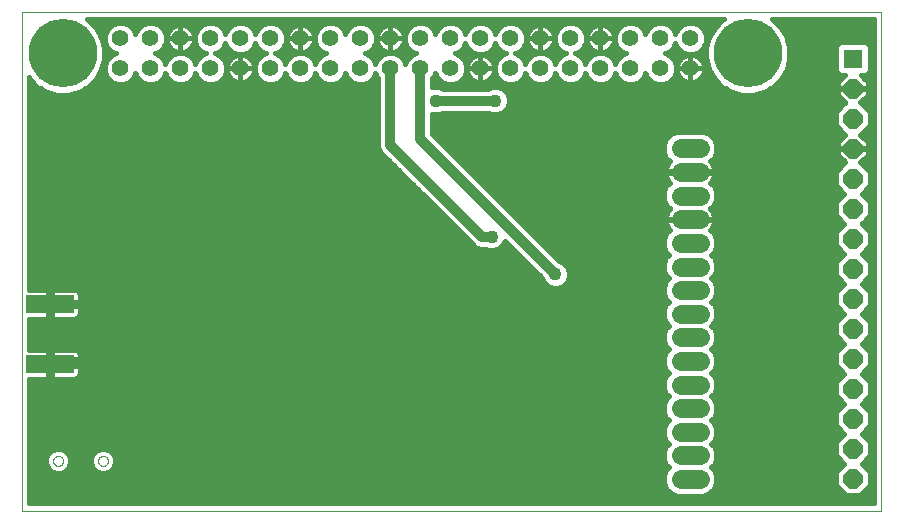
<source format=gbl>
G75*
%MOIN*%
%OFA0B0*%
%FSLAX25Y25*%
%IPPOS*%
%LPD*%
%AMOC8*
5,1,8,0,0,1.08239X$1,22.5*
%
%ADD10C,0.00000*%
%ADD11C,0.05550*%
%ADD12R,0.06400X0.06400*%
%ADD13OC8,0.06400*%
%ADD14R,0.16000X0.06000*%
%ADD15C,0.06337*%
%ADD16C,0.04362*%
%ADD17C,0.03200*%
%ADD18C,0.01600*%
%ADD19C,0.22835*%
D10*
X0036075Y0013472D02*
X0036075Y0179614D01*
X0322689Y0179614D01*
X0322689Y0013472D01*
X0036075Y0013472D01*
X0046607Y0030008D02*
X0046609Y0030089D01*
X0046615Y0030171D01*
X0046625Y0030252D01*
X0046639Y0030332D01*
X0046656Y0030411D01*
X0046678Y0030490D01*
X0046703Y0030567D01*
X0046732Y0030644D01*
X0046765Y0030718D01*
X0046802Y0030791D01*
X0046841Y0030862D01*
X0046885Y0030931D01*
X0046931Y0030998D01*
X0046981Y0031062D01*
X0047034Y0031124D01*
X0047090Y0031184D01*
X0047148Y0031240D01*
X0047210Y0031294D01*
X0047274Y0031345D01*
X0047340Y0031392D01*
X0047408Y0031436D01*
X0047479Y0031477D01*
X0047551Y0031514D01*
X0047626Y0031548D01*
X0047701Y0031578D01*
X0047779Y0031604D01*
X0047857Y0031627D01*
X0047936Y0031645D01*
X0048016Y0031660D01*
X0048097Y0031671D01*
X0048178Y0031678D01*
X0048260Y0031681D01*
X0048341Y0031680D01*
X0048422Y0031675D01*
X0048503Y0031666D01*
X0048584Y0031653D01*
X0048664Y0031636D01*
X0048742Y0031616D01*
X0048820Y0031591D01*
X0048897Y0031563D01*
X0048972Y0031531D01*
X0049045Y0031496D01*
X0049116Y0031457D01*
X0049186Y0031414D01*
X0049253Y0031369D01*
X0049319Y0031320D01*
X0049381Y0031268D01*
X0049441Y0031212D01*
X0049498Y0031154D01*
X0049553Y0031094D01*
X0049604Y0031030D01*
X0049652Y0030965D01*
X0049697Y0030897D01*
X0049739Y0030827D01*
X0049777Y0030755D01*
X0049812Y0030681D01*
X0049843Y0030606D01*
X0049870Y0030529D01*
X0049893Y0030451D01*
X0049913Y0030372D01*
X0049929Y0030292D01*
X0049941Y0030211D01*
X0049949Y0030130D01*
X0049953Y0030049D01*
X0049953Y0029967D01*
X0049949Y0029886D01*
X0049941Y0029805D01*
X0049929Y0029724D01*
X0049913Y0029644D01*
X0049893Y0029565D01*
X0049870Y0029487D01*
X0049843Y0029410D01*
X0049812Y0029335D01*
X0049777Y0029261D01*
X0049739Y0029189D01*
X0049697Y0029119D01*
X0049652Y0029051D01*
X0049604Y0028986D01*
X0049553Y0028922D01*
X0049498Y0028862D01*
X0049441Y0028804D01*
X0049381Y0028748D01*
X0049319Y0028696D01*
X0049253Y0028647D01*
X0049186Y0028602D01*
X0049117Y0028559D01*
X0049045Y0028520D01*
X0048972Y0028485D01*
X0048897Y0028453D01*
X0048820Y0028425D01*
X0048742Y0028400D01*
X0048664Y0028380D01*
X0048584Y0028363D01*
X0048503Y0028350D01*
X0048422Y0028341D01*
X0048341Y0028336D01*
X0048260Y0028335D01*
X0048178Y0028338D01*
X0048097Y0028345D01*
X0048016Y0028356D01*
X0047936Y0028371D01*
X0047857Y0028389D01*
X0047779Y0028412D01*
X0047701Y0028438D01*
X0047626Y0028468D01*
X0047551Y0028502D01*
X0047479Y0028539D01*
X0047408Y0028580D01*
X0047340Y0028624D01*
X0047274Y0028671D01*
X0047210Y0028722D01*
X0047148Y0028776D01*
X0047090Y0028832D01*
X0047034Y0028892D01*
X0046981Y0028954D01*
X0046931Y0029018D01*
X0046885Y0029085D01*
X0046841Y0029154D01*
X0046802Y0029225D01*
X0046765Y0029298D01*
X0046732Y0029372D01*
X0046703Y0029449D01*
X0046678Y0029526D01*
X0046656Y0029605D01*
X0046639Y0029684D01*
X0046625Y0029764D01*
X0046615Y0029845D01*
X0046609Y0029927D01*
X0046607Y0030008D01*
X0061568Y0030008D02*
X0061570Y0030089D01*
X0061576Y0030171D01*
X0061586Y0030252D01*
X0061600Y0030332D01*
X0061617Y0030411D01*
X0061639Y0030490D01*
X0061664Y0030567D01*
X0061693Y0030644D01*
X0061726Y0030718D01*
X0061763Y0030791D01*
X0061802Y0030862D01*
X0061846Y0030931D01*
X0061892Y0030998D01*
X0061942Y0031062D01*
X0061995Y0031124D01*
X0062051Y0031184D01*
X0062109Y0031240D01*
X0062171Y0031294D01*
X0062235Y0031345D01*
X0062301Y0031392D01*
X0062369Y0031436D01*
X0062440Y0031477D01*
X0062512Y0031514D01*
X0062587Y0031548D01*
X0062662Y0031578D01*
X0062740Y0031604D01*
X0062818Y0031627D01*
X0062897Y0031645D01*
X0062977Y0031660D01*
X0063058Y0031671D01*
X0063139Y0031678D01*
X0063221Y0031681D01*
X0063302Y0031680D01*
X0063383Y0031675D01*
X0063464Y0031666D01*
X0063545Y0031653D01*
X0063625Y0031636D01*
X0063703Y0031616D01*
X0063781Y0031591D01*
X0063858Y0031563D01*
X0063933Y0031531D01*
X0064006Y0031496D01*
X0064077Y0031457D01*
X0064147Y0031414D01*
X0064214Y0031369D01*
X0064280Y0031320D01*
X0064342Y0031268D01*
X0064402Y0031212D01*
X0064459Y0031154D01*
X0064514Y0031094D01*
X0064565Y0031030D01*
X0064613Y0030965D01*
X0064658Y0030897D01*
X0064700Y0030827D01*
X0064738Y0030755D01*
X0064773Y0030681D01*
X0064804Y0030606D01*
X0064831Y0030529D01*
X0064854Y0030451D01*
X0064874Y0030372D01*
X0064890Y0030292D01*
X0064902Y0030211D01*
X0064910Y0030130D01*
X0064914Y0030049D01*
X0064914Y0029967D01*
X0064910Y0029886D01*
X0064902Y0029805D01*
X0064890Y0029724D01*
X0064874Y0029644D01*
X0064854Y0029565D01*
X0064831Y0029487D01*
X0064804Y0029410D01*
X0064773Y0029335D01*
X0064738Y0029261D01*
X0064700Y0029189D01*
X0064658Y0029119D01*
X0064613Y0029051D01*
X0064565Y0028986D01*
X0064514Y0028922D01*
X0064459Y0028862D01*
X0064402Y0028804D01*
X0064342Y0028748D01*
X0064280Y0028696D01*
X0064214Y0028647D01*
X0064147Y0028602D01*
X0064078Y0028559D01*
X0064006Y0028520D01*
X0063933Y0028485D01*
X0063858Y0028453D01*
X0063781Y0028425D01*
X0063703Y0028400D01*
X0063625Y0028380D01*
X0063545Y0028363D01*
X0063464Y0028350D01*
X0063383Y0028341D01*
X0063302Y0028336D01*
X0063221Y0028335D01*
X0063139Y0028338D01*
X0063058Y0028345D01*
X0062977Y0028356D01*
X0062897Y0028371D01*
X0062818Y0028389D01*
X0062740Y0028412D01*
X0062662Y0028438D01*
X0062587Y0028468D01*
X0062512Y0028502D01*
X0062440Y0028539D01*
X0062369Y0028580D01*
X0062301Y0028624D01*
X0062235Y0028671D01*
X0062171Y0028722D01*
X0062109Y0028776D01*
X0062051Y0028832D01*
X0061995Y0028892D01*
X0061942Y0028954D01*
X0061892Y0029018D01*
X0061846Y0029085D01*
X0061802Y0029154D01*
X0061763Y0029225D01*
X0061726Y0029298D01*
X0061693Y0029372D01*
X0061664Y0029449D01*
X0061639Y0029526D01*
X0061617Y0029605D01*
X0061600Y0029684D01*
X0061586Y0029764D01*
X0061576Y0029845D01*
X0061570Y0029927D01*
X0061568Y0030008D01*
D11*
X0069028Y0160835D03*
X0079028Y0160835D03*
X0089028Y0160835D03*
X0099028Y0160835D03*
X0109028Y0160835D03*
X0119028Y0160835D03*
X0129028Y0160835D03*
X0139028Y0160835D03*
X0149028Y0160835D03*
X0159028Y0160835D03*
X0169028Y0160835D03*
X0179028Y0160835D03*
X0189028Y0160835D03*
X0199028Y0160835D03*
X0209028Y0160835D03*
X0219028Y0160835D03*
X0229028Y0160835D03*
X0239028Y0160835D03*
X0249028Y0160835D03*
X0259028Y0160835D03*
X0259028Y0170835D03*
X0249028Y0170835D03*
X0239028Y0170835D03*
X0229028Y0170835D03*
X0219028Y0170835D03*
X0209028Y0170835D03*
X0199028Y0170835D03*
X0189028Y0170835D03*
X0179028Y0170835D03*
X0169028Y0170835D03*
X0159028Y0170835D03*
X0149028Y0170835D03*
X0139028Y0170835D03*
X0129028Y0170835D03*
X0119028Y0170835D03*
X0109028Y0170835D03*
X0099028Y0170835D03*
X0089028Y0170835D03*
X0079028Y0170835D03*
X0069028Y0170835D03*
D12*
X0313201Y0164142D03*
D13*
X0313201Y0154142D03*
X0313201Y0144142D03*
X0313201Y0134142D03*
X0313201Y0124142D03*
X0313201Y0114142D03*
X0313201Y0104142D03*
X0313201Y0094142D03*
X0313201Y0084142D03*
X0313201Y0074142D03*
X0313201Y0064142D03*
X0313201Y0054142D03*
X0313201Y0044142D03*
X0313201Y0034142D03*
X0313201Y0024142D03*
D14*
X0045650Y0062213D03*
X0045650Y0082213D03*
D15*
X0255741Y0079063D02*
X0262078Y0079063D01*
X0262078Y0086937D02*
X0255741Y0086937D01*
X0255741Y0094811D02*
X0262078Y0094811D01*
X0262078Y0102685D02*
X0255741Y0102685D01*
X0255741Y0110559D02*
X0262078Y0110559D01*
X0262078Y0118433D02*
X0255741Y0118433D01*
X0255741Y0126307D02*
X0262078Y0126307D01*
X0262078Y0134181D02*
X0255741Y0134181D01*
X0255741Y0071189D02*
X0262078Y0071189D01*
X0262078Y0063315D02*
X0255741Y0063315D01*
X0255741Y0055441D02*
X0262078Y0055441D01*
X0262078Y0047567D02*
X0255741Y0047567D01*
X0255741Y0039693D02*
X0262078Y0039693D01*
X0262078Y0031819D02*
X0255741Y0031819D01*
X0255741Y0023945D02*
X0262078Y0023945D01*
D16*
X0214028Y0092213D03*
X0192768Y0104811D03*
X0193949Y0150087D03*
X0174264Y0150087D03*
X0103792Y0079614D03*
X0103004Y0063079D03*
X0061272Y0039457D03*
X0068359Y0035520D03*
X0063634Y0022134D03*
D17*
X0060642Y0062213D02*
X0045650Y0062213D01*
X0047099Y0062843D02*
X0054422Y0062843D01*
X0061272Y0063079D01*
X0063634Y0062843D01*
X0065996Y0062843D01*
X0081508Y0062843D01*
X0081744Y0063079D01*
X0103004Y0063079D01*
X0061272Y0062843D02*
X0054422Y0062843D01*
X0060642Y0062213D02*
X0061272Y0062843D01*
X0159028Y0135402D02*
X0189619Y0104811D01*
X0192768Y0104811D01*
X0214028Y0092213D02*
X0169028Y0137213D01*
X0169028Y0160835D01*
X0159028Y0160835D02*
X0159028Y0135402D01*
X0174264Y0150087D02*
X0193949Y0150087D01*
D18*
X0198530Y0149175D02*
X0197833Y0147492D01*
X0196544Y0146203D01*
X0194860Y0145506D01*
X0193038Y0145506D01*
X0191635Y0146087D01*
X0176578Y0146087D01*
X0175175Y0145506D01*
X0173353Y0145506D01*
X0173028Y0145640D01*
X0173028Y0138869D01*
X0215220Y0096677D01*
X0216623Y0096096D01*
X0217912Y0094808D01*
X0218609Y0093124D01*
X0218609Y0091301D01*
X0217912Y0089618D01*
X0216623Y0088329D01*
X0214939Y0087631D01*
X0213117Y0087631D01*
X0211433Y0088329D01*
X0210144Y0089618D01*
X0209563Y0091021D01*
X0197154Y0103429D01*
X0196652Y0102216D01*
X0195363Y0100927D01*
X0193679Y0100230D01*
X0191857Y0100230D01*
X0190454Y0100811D01*
X0188823Y0100811D01*
X0187353Y0101420D01*
X0186227Y0102545D01*
X0155637Y0133136D01*
X0155028Y0134606D01*
X0155028Y0157516D01*
X0154641Y0157903D01*
X0154028Y0159383D01*
X0153415Y0157903D01*
X0151959Y0156448D01*
X0150057Y0155660D01*
X0147999Y0155660D01*
X0146097Y0156448D01*
X0144641Y0157903D01*
X0144028Y0159383D01*
X0143415Y0157903D01*
X0141959Y0156448D01*
X0140057Y0155660D01*
X0137999Y0155660D01*
X0136097Y0156448D01*
X0134641Y0157903D01*
X0134028Y0159383D01*
X0133415Y0157903D01*
X0131959Y0156448D01*
X0130057Y0155660D01*
X0127999Y0155660D01*
X0126097Y0156448D01*
X0124641Y0157903D01*
X0124028Y0159383D01*
X0123415Y0157903D01*
X0121959Y0156448D01*
X0120057Y0155660D01*
X0117999Y0155660D01*
X0116097Y0156448D01*
X0114641Y0157903D01*
X0113853Y0159805D01*
X0113853Y0161864D01*
X0114641Y0163766D01*
X0116097Y0165222D01*
X0117577Y0165835D01*
X0116097Y0166448D01*
X0114641Y0167903D01*
X0114028Y0169383D01*
X0113415Y0167903D01*
X0111959Y0166448D01*
X0110057Y0165660D01*
X0107999Y0165660D01*
X0106097Y0166448D01*
X0104641Y0167903D01*
X0104028Y0169383D01*
X0103415Y0167903D01*
X0101959Y0166448D01*
X0100479Y0165835D01*
X0101959Y0165222D01*
X0103415Y0163766D01*
X0104203Y0161864D01*
X0104203Y0159805D01*
X0103415Y0157903D01*
X0101959Y0156448D01*
X0100057Y0155660D01*
X0097999Y0155660D01*
X0096097Y0156448D01*
X0094641Y0157903D01*
X0094028Y0159383D01*
X0093415Y0157903D01*
X0091959Y0156448D01*
X0090057Y0155660D01*
X0087999Y0155660D01*
X0086097Y0156448D01*
X0084641Y0157903D01*
X0084028Y0159383D01*
X0083415Y0157903D01*
X0081959Y0156448D01*
X0080057Y0155660D01*
X0077999Y0155660D01*
X0076097Y0156448D01*
X0074641Y0157903D01*
X0074028Y0159383D01*
X0073415Y0157903D01*
X0071959Y0156448D01*
X0070057Y0155660D01*
X0067999Y0155660D01*
X0066097Y0156448D01*
X0064641Y0157903D01*
X0063853Y0159805D01*
X0063853Y0161864D01*
X0064641Y0163766D01*
X0066097Y0165222D01*
X0067577Y0165835D01*
X0066097Y0166448D01*
X0064641Y0167903D01*
X0063853Y0169805D01*
X0063853Y0171864D01*
X0064641Y0173766D01*
X0066097Y0175222D01*
X0067999Y0176009D01*
X0070057Y0176009D01*
X0071959Y0175222D01*
X0073415Y0173766D01*
X0074028Y0172286D01*
X0074641Y0173766D01*
X0076097Y0175222D01*
X0077999Y0176009D01*
X0080057Y0176009D01*
X0081959Y0175222D01*
X0083415Y0173766D01*
X0084203Y0171864D01*
X0084203Y0169805D01*
X0083415Y0167903D01*
X0081959Y0166448D01*
X0080479Y0165835D01*
X0081959Y0165222D01*
X0083415Y0163766D01*
X0084028Y0162286D01*
X0084641Y0163766D01*
X0086097Y0165222D01*
X0087999Y0166009D01*
X0090057Y0166009D01*
X0091959Y0165222D01*
X0093415Y0163766D01*
X0094028Y0162286D01*
X0094641Y0163766D01*
X0096097Y0165222D01*
X0097577Y0165835D01*
X0096097Y0166448D01*
X0094641Y0167903D01*
X0093853Y0169805D01*
X0093853Y0171864D01*
X0094641Y0173766D01*
X0096097Y0175222D01*
X0097999Y0176009D01*
X0100057Y0176009D01*
X0101959Y0175222D01*
X0103415Y0173766D01*
X0104028Y0172286D01*
X0104641Y0173766D01*
X0106097Y0175222D01*
X0107999Y0176009D01*
X0110057Y0176009D01*
X0111959Y0175222D01*
X0113415Y0173766D01*
X0114028Y0172286D01*
X0114641Y0173766D01*
X0116097Y0175222D01*
X0117999Y0176009D01*
X0120057Y0176009D01*
X0121959Y0175222D01*
X0123415Y0173766D01*
X0124203Y0171864D01*
X0124203Y0169805D01*
X0123415Y0167903D01*
X0121959Y0166448D01*
X0120479Y0165835D01*
X0121959Y0165222D01*
X0123415Y0163766D01*
X0124028Y0162286D01*
X0124641Y0163766D01*
X0126097Y0165222D01*
X0127999Y0166009D01*
X0130057Y0166009D01*
X0131959Y0165222D01*
X0133415Y0163766D01*
X0134028Y0162286D01*
X0134641Y0163766D01*
X0136097Y0165222D01*
X0137577Y0165835D01*
X0136097Y0166448D01*
X0134641Y0167903D01*
X0133853Y0169805D01*
X0133853Y0171864D01*
X0134641Y0173766D01*
X0136097Y0175222D01*
X0137999Y0176009D01*
X0140057Y0176009D01*
X0141959Y0175222D01*
X0143415Y0173766D01*
X0144028Y0172286D01*
X0144641Y0173766D01*
X0146097Y0175222D01*
X0147999Y0176009D01*
X0150057Y0176009D01*
X0151959Y0175222D01*
X0153415Y0173766D01*
X0154203Y0171864D01*
X0154203Y0169805D01*
X0153415Y0167903D01*
X0151959Y0166448D01*
X0150479Y0165835D01*
X0151959Y0165222D01*
X0153415Y0163766D01*
X0154028Y0162286D01*
X0154641Y0163766D01*
X0156097Y0165222D01*
X0157999Y0166009D01*
X0160057Y0166009D01*
X0161959Y0165222D01*
X0163415Y0163766D01*
X0164028Y0162286D01*
X0164641Y0163766D01*
X0166097Y0165222D01*
X0167577Y0165835D01*
X0166097Y0166448D01*
X0164641Y0167903D01*
X0163853Y0169805D01*
X0163853Y0171864D01*
X0164641Y0173766D01*
X0166097Y0175222D01*
X0167999Y0176009D01*
X0170057Y0176009D01*
X0171959Y0175222D01*
X0173415Y0173766D01*
X0174028Y0172286D01*
X0174641Y0173766D01*
X0176097Y0175222D01*
X0177999Y0176009D01*
X0180057Y0176009D01*
X0181959Y0175222D01*
X0183415Y0173766D01*
X0184028Y0172286D01*
X0184641Y0173766D01*
X0186097Y0175222D01*
X0187999Y0176009D01*
X0190057Y0176009D01*
X0191959Y0175222D01*
X0193415Y0173766D01*
X0194028Y0172286D01*
X0194641Y0173766D01*
X0196097Y0175222D01*
X0197999Y0176009D01*
X0200057Y0176009D01*
X0201959Y0175222D01*
X0203415Y0173766D01*
X0204203Y0171864D01*
X0204203Y0169805D01*
X0203415Y0167903D01*
X0201959Y0166448D01*
X0200479Y0165835D01*
X0201959Y0165222D01*
X0203415Y0163766D01*
X0204028Y0162286D01*
X0204641Y0163766D01*
X0206097Y0165222D01*
X0207999Y0166009D01*
X0210057Y0166009D01*
X0211959Y0165222D01*
X0213415Y0163766D01*
X0214028Y0162286D01*
X0214641Y0163766D01*
X0216097Y0165222D01*
X0217577Y0165835D01*
X0216097Y0166448D01*
X0214641Y0167903D01*
X0213853Y0169805D01*
X0213853Y0171864D01*
X0214641Y0173766D01*
X0216097Y0175222D01*
X0217999Y0176009D01*
X0220057Y0176009D01*
X0221959Y0175222D01*
X0223415Y0173766D01*
X0224203Y0171864D01*
X0224203Y0169805D01*
X0223415Y0167903D01*
X0221959Y0166448D01*
X0220479Y0165835D01*
X0221959Y0165222D01*
X0223415Y0163766D01*
X0224028Y0162286D01*
X0224641Y0163766D01*
X0226097Y0165222D01*
X0227999Y0166009D01*
X0230057Y0166009D01*
X0231959Y0165222D01*
X0233415Y0163766D01*
X0234028Y0162286D01*
X0234641Y0163766D01*
X0236097Y0165222D01*
X0237577Y0165835D01*
X0236097Y0166448D01*
X0234641Y0167903D01*
X0233853Y0169805D01*
X0233853Y0171864D01*
X0234641Y0173766D01*
X0236097Y0175222D01*
X0237999Y0176009D01*
X0240057Y0176009D01*
X0241959Y0175222D01*
X0243415Y0173766D01*
X0244028Y0172286D01*
X0244641Y0173766D01*
X0246097Y0175222D01*
X0247999Y0176009D01*
X0250057Y0176009D01*
X0251959Y0175222D01*
X0253415Y0173766D01*
X0254028Y0172286D01*
X0254641Y0173766D01*
X0256097Y0175222D01*
X0257999Y0176009D01*
X0260057Y0176009D01*
X0261959Y0175222D01*
X0263415Y0173766D01*
X0264203Y0171864D01*
X0264203Y0169805D01*
X0263415Y0167903D01*
X0261959Y0166448D01*
X0260057Y0165660D01*
X0257999Y0165660D01*
X0256097Y0166448D01*
X0254641Y0167903D01*
X0254028Y0169383D01*
X0253415Y0167903D01*
X0251959Y0166448D01*
X0250479Y0165835D01*
X0251959Y0165222D01*
X0253415Y0163766D01*
X0254203Y0161864D01*
X0254203Y0159805D01*
X0253415Y0157903D01*
X0251959Y0156448D01*
X0250057Y0155660D01*
X0247999Y0155660D01*
X0246097Y0156448D01*
X0244641Y0157903D01*
X0244028Y0159383D01*
X0243415Y0157903D01*
X0241959Y0156448D01*
X0240057Y0155660D01*
X0237999Y0155660D01*
X0236097Y0156448D01*
X0234641Y0157903D01*
X0234028Y0159383D01*
X0233415Y0157903D01*
X0231959Y0156448D01*
X0230057Y0155660D01*
X0227999Y0155660D01*
X0226097Y0156448D01*
X0224641Y0157903D01*
X0224028Y0159383D01*
X0223415Y0157903D01*
X0221959Y0156448D01*
X0220057Y0155660D01*
X0217999Y0155660D01*
X0216097Y0156448D01*
X0214641Y0157903D01*
X0214028Y0159383D01*
X0213415Y0157903D01*
X0211959Y0156448D01*
X0210057Y0155660D01*
X0207999Y0155660D01*
X0206097Y0156448D01*
X0204641Y0157903D01*
X0204028Y0159383D01*
X0203415Y0157903D01*
X0201959Y0156448D01*
X0200057Y0155660D01*
X0197999Y0155660D01*
X0196097Y0156448D01*
X0194641Y0157903D01*
X0193853Y0159805D01*
X0193853Y0161864D01*
X0194641Y0163766D01*
X0196097Y0165222D01*
X0197577Y0165835D01*
X0196097Y0166448D01*
X0194641Y0167903D01*
X0194028Y0169383D01*
X0193415Y0167903D01*
X0191959Y0166448D01*
X0190057Y0165660D01*
X0187999Y0165660D01*
X0186097Y0166448D01*
X0184641Y0167903D01*
X0184028Y0169383D01*
X0183415Y0167903D01*
X0181959Y0166448D01*
X0180479Y0165835D01*
X0181959Y0165222D01*
X0183415Y0163766D01*
X0184203Y0161864D01*
X0184203Y0159805D01*
X0183415Y0157903D01*
X0181959Y0156448D01*
X0180057Y0155660D01*
X0177999Y0155660D01*
X0176097Y0156448D01*
X0174641Y0157903D01*
X0174028Y0159383D01*
X0173415Y0157903D01*
X0173028Y0157516D01*
X0173028Y0154533D01*
X0173353Y0154668D01*
X0175175Y0154668D01*
X0176578Y0154087D01*
X0191635Y0154087D01*
X0193038Y0154668D01*
X0194860Y0154668D01*
X0196544Y0153970D01*
X0197833Y0152682D01*
X0198530Y0150998D01*
X0198530Y0149175D01*
X0198530Y0149365D02*
X0310504Y0149365D01*
X0310706Y0149566D02*
X0307601Y0146461D01*
X0307601Y0141822D01*
X0310706Y0138717D01*
X0308201Y0136213D01*
X0308201Y0134342D01*
X0313001Y0134342D01*
X0313001Y0133942D01*
X0308201Y0133942D01*
X0308201Y0132071D01*
X0310706Y0129566D01*
X0307601Y0126461D01*
X0307601Y0121822D01*
X0310282Y0119142D01*
X0307601Y0116461D01*
X0307601Y0111822D01*
X0310282Y0109142D01*
X0307601Y0106461D01*
X0307601Y0101822D01*
X0310282Y0099142D01*
X0307601Y0096461D01*
X0307601Y0091822D01*
X0310282Y0089142D01*
X0307601Y0086461D01*
X0307601Y0081822D01*
X0310282Y0079142D01*
X0307601Y0076461D01*
X0307601Y0071822D01*
X0310282Y0069142D01*
X0307601Y0066461D01*
X0307601Y0061822D01*
X0310282Y0059142D01*
X0307601Y0056461D01*
X0307601Y0051822D01*
X0310282Y0049142D01*
X0307601Y0046461D01*
X0307601Y0041822D01*
X0310282Y0039142D01*
X0307601Y0036461D01*
X0307601Y0031822D01*
X0310282Y0029142D01*
X0307601Y0026461D01*
X0307601Y0021822D01*
X0310882Y0018542D01*
X0315521Y0018542D01*
X0318801Y0021822D01*
X0318801Y0026461D01*
X0316121Y0029142D01*
X0318801Y0031822D01*
X0318801Y0036461D01*
X0316121Y0039142D01*
X0318801Y0041822D01*
X0318801Y0046461D01*
X0316121Y0049142D01*
X0318801Y0051822D01*
X0318801Y0056461D01*
X0316121Y0059142D01*
X0318801Y0061822D01*
X0318801Y0066461D01*
X0316121Y0069142D01*
X0318801Y0071822D01*
X0318801Y0076461D01*
X0316121Y0079142D01*
X0318801Y0081822D01*
X0318801Y0086461D01*
X0316121Y0089142D01*
X0318801Y0091822D01*
X0318801Y0096461D01*
X0316121Y0099142D01*
X0318801Y0101822D01*
X0318801Y0106461D01*
X0316121Y0109142D01*
X0318801Y0111822D01*
X0318801Y0116461D01*
X0316121Y0119142D01*
X0318801Y0121822D01*
X0318801Y0126461D01*
X0315696Y0129566D01*
X0318201Y0132071D01*
X0318201Y0133942D01*
X0313401Y0133942D01*
X0313401Y0134342D01*
X0318201Y0134342D01*
X0318201Y0136213D01*
X0315696Y0138717D01*
X0318801Y0141822D01*
X0318801Y0146461D01*
X0315696Y0149566D01*
X0318201Y0152071D01*
X0318201Y0153942D01*
X0313401Y0153942D01*
X0313401Y0154342D01*
X0318201Y0154342D01*
X0318201Y0156213D01*
X0315872Y0158542D01*
X0316879Y0158542D01*
X0317761Y0158907D01*
X0318436Y0159582D01*
X0318801Y0160464D01*
X0318801Y0167819D01*
X0318436Y0168701D01*
X0317761Y0169376D01*
X0316879Y0169742D01*
X0309524Y0169742D01*
X0308642Y0169376D01*
X0307967Y0168701D01*
X0307601Y0167819D01*
X0307601Y0160464D01*
X0307967Y0159582D01*
X0308642Y0158907D01*
X0309524Y0158542D01*
X0310530Y0158542D01*
X0308201Y0156213D01*
X0308201Y0154342D01*
X0313001Y0154342D01*
X0313001Y0153942D01*
X0308201Y0153942D01*
X0308201Y0152071D01*
X0310706Y0149566D01*
X0309309Y0150963D02*
X0198530Y0150963D01*
X0197883Y0152562D02*
X0274351Y0152562D01*
X0272868Y0152959D02*
X0276382Y0152017D01*
X0280020Y0152017D01*
X0283534Y0152959D01*
X0286685Y0154778D01*
X0289258Y0157351D01*
X0291077Y0160501D01*
X0292018Y0164016D01*
X0292018Y0167654D01*
X0291077Y0171168D01*
X0289258Y0174319D01*
X0286685Y0176891D01*
X0286126Y0177214D01*
X0320289Y0177214D01*
X0320289Y0015872D01*
X0038475Y0015872D01*
X0038475Y0057413D01*
X0044950Y0057413D01*
X0044950Y0061513D01*
X0046350Y0061513D01*
X0046350Y0062913D01*
X0044950Y0062913D01*
X0044950Y0067013D01*
X0038475Y0067013D01*
X0038475Y0077413D01*
X0044950Y0077413D01*
X0044950Y0081513D01*
X0046350Y0081513D01*
X0046350Y0082913D01*
X0044950Y0082913D01*
X0044950Y0087013D01*
X0038475Y0087013D01*
X0038475Y0157910D01*
X0038798Y0157351D01*
X0041371Y0154778D01*
X0044521Y0152959D01*
X0048036Y0152017D01*
X0051674Y0152017D01*
X0055188Y0152959D01*
X0058339Y0154778D01*
X0060911Y0157351D01*
X0062730Y0160501D01*
X0063672Y0164016D01*
X0063672Y0167654D01*
X0062730Y0171168D01*
X0060911Y0174319D01*
X0058339Y0176891D01*
X0057779Y0177214D01*
X0270277Y0177214D01*
X0269717Y0176891D01*
X0267145Y0174319D01*
X0265325Y0171168D01*
X0264384Y0167654D01*
X0264384Y0164016D01*
X0265325Y0160501D01*
X0267145Y0157351D01*
X0269717Y0154778D01*
X0272868Y0152959D01*
X0270787Y0154160D02*
X0196086Y0154160D01*
X0197760Y0155759D02*
X0180296Y0155759D01*
X0177760Y0155759D02*
X0173028Y0155759D01*
X0173028Y0157357D02*
X0175187Y0157357D01*
X0174205Y0158956D02*
X0173851Y0158956D01*
X0176401Y0154160D02*
X0191813Y0154160D01*
X0190784Y0156595D02*
X0191426Y0156922D01*
X0192008Y0157345D01*
X0192517Y0157854D01*
X0192941Y0158437D01*
X0193268Y0159079D01*
X0193490Y0159763D01*
X0193603Y0160475D01*
X0193603Y0160835D01*
X0193603Y0161195D01*
X0193490Y0161906D01*
X0193268Y0162591D01*
X0192941Y0163232D01*
X0192517Y0163815D01*
X0192008Y0164324D01*
X0191426Y0164747D01*
X0190784Y0165074D01*
X0190099Y0165297D01*
X0189388Y0165409D01*
X0189028Y0165409D01*
X0189028Y0160835D01*
X0189028Y0160835D01*
X0189028Y0165409D01*
X0188668Y0165409D01*
X0187957Y0165297D01*
X0187272Y0165074D01*
X0186630Y0164747D01*
X0186048Y0164324D01*
X0185538Y0163815D01*
X0185115Y0163232D01*
X0184788Y0162591D01*
X0184566Y0161906D01*
X0184453Y0161195D01*
X0184453Y0160835D01*
X0189028Y0160835D01*
X0193603Y0160835D01*
X0189028Y0160835D01*
X0189028Y0160835D01*
X0189028Y0160835D01*
X0184453Y0160835D01*
X0184453Y0160475D01*
X0184566Y0159763D01*
X0184788Y0159079D01*
X0185115Y0158437D01*
X0185538Y0157854D01*
X0186048Y0157345D01*
X0186630Y0156922D01*
X0187272Y0156595D01*
X0187957Y0156372D01*
X0188668Y0156260D01*
X0189028Y0156260D01*
X0189388Y0156260D01*
X0190099Y0156372D01*
X0190784Y0156595D01*
X0192020Y0157357D02*
X0195187Y0157357D01*
X0194205Y0158956D02*
X0193205Y0158956D01*
X0193603Y0160554D02*
X0193853Y0160554D01*
X0193973Y0162153D02*
X0193410Y0162153D01*
X0192564Y0163751D02*
X0194635Y0163751D01*
X0196406Y0165350D02*
X0189765Y0165350D01*
X0189028Y0165350D02*
X0189028Y0165350D01*
X0188291Y0165350D02*
X0181650Y0165350D01*
X0182460Y0166948D02*
X0185596Y0166948D01*
X0184374Y0168547D02*
X0183681Y0168547D01*
X0183421Y0163751D02*
X0185492Y0163751D01*
X0184646Y0162153D02*
X0184083Y0162153D01*
X0184203Y0160554D02*
X0184453Y0160554D01*
X0184851Y0158956D02*
X0183851Y0158956D01*
X0182869Y0157357D02*
X0186036Y0157357D01*
X0189028Y0157357D02*
X0189028Y0157357D01*
X0189028Y0156260D02*
X0189028Y0160835D01*
X0189028Y0160835D01*
X0189028Y0156260D01*
X0189028Y0158956D02*
X0189028Y0158956D01*
X0189028Y0160554D02*
X0189028Y0160554D01*
X0189028Y0162153D02*
X0189028Y0162153D01*
X0189028Y0163751D02*
X0189028Y0163751D01*
X0192460Y0166948D02*
X0195596Y0166948D01*
X0194374Y0168547D02*
X0193681Y0168547D01*
X0193590Y0173342D02*
X0194465Y0173342D01*
X0195816Y0174941D02*
X0192240Y0174941D01*
X0185816Y0174941D02*
X0182240Y0174941D01*
X0183590Y0173342D02*
X0184465Y0173342D01*
X0175816Y0174941D02*
X0172240Y0174941D01*
X0173590Y0173342D02*
X0174465Y0173342D01*
X0165816Y0174941D02*
X0161046Y0174941D01*
X0160784Y0175074D02*
X0160099Y0175297D01*
X0159388Y0175409D01*
X0159028Y0175409D01*
X0159028Y0170835D01*
X0159028Y0170835D01*
X0159028Y0175409D01*
X0158668Y0175409D01*
X0157957Y0175297D01*
X0157272Y0175074D01*
X0156630Y0174747D01*
X0156048Y0174324D01*
X0155538Y0173815D01*
X0155115Y0173232D01*
X0154788Y0172591D01*
X0154566Y0171906D01*
X0154453Y0171195D01*
X0154453Y0170835D01*
X0159028Y0170835D01*
X0163603Y0170835D01*
X0163603Y0171195D01*
X0163490Y0171906D01*
X0163268Y0172591D01*
X0162941Y0173232D01*
X0162517Y0173815D01*
X0162008Y0174324D01*
X0161426Y0174747D01*
X0160784Y0175074D01*
X0159028Y0174941D02*
X0159028Y0174941D01*
X0159028Y0173342D02*
X0159028Y0173342D01*
X0159028Y0171744D02*
X0159028Y0171744D01*
X0159028Y0170835D02*
X0159028Y0170835D01*
X0159028Y0170835D01*
X0163603Y0170835D01*
X0163603Y0170475D01*
X0163490Y0169763D01*
X0163268Y0169079D01*
X0162941Y0168437D01*
X0162517Y0167854D01*
X0162008Y0167345D01*
X0161426Y0166922D01*
X0160784Y0166595D01*
X0160099Y0166372D01*
X0159388Y0166260D01*
X0159028Y0166260D01*
X0159028Y0170835D01*
X0154453Y0170835D01*
X0154453Y0170475D01*
X0154566Y0169763D01*
X0154788Y0169079D01*
X0155115Y0168437D01*
X0155538Y0167854D01*
X0156048Y0167345D01*
X0156630Y0166922D01*
X0157272Y0166595D01*
X0157957Y0166372D01*
X0158668Y0166260D01*
X0159028Y0166260D01*
X0159028Y0170835D01*
X0159028Y0170835D01*
X0159028Y0170145D02*
X0159028Y0170145D01*
X0159028Y0168547D02*
X0159028Y0168547D01*
X0159028Y0166948D02*
X0159028Y0166948D01*
X0161462Y0166948D02*
X0165596Y0166948D01*
X0166406Y0165350D02*
X0161650Y0165350D01*
X0163421Y0163751D02*
X0164635Y0163751D01*
X0164374Y0168547D02*
X0162997Y0168547D01*
X0163551Y0170145D02*
X0163853Y0170145D01*
X0163853Y0171744D02*
X0163516Y0171744D01*
X0162861Y0173342D02*
X0164465Y0173342D01*
X0157010Y0174941D02*
X0152240Y0174941D01*
X0153590Y0173342D02*
X0155195Y0173342D01*
X0154540Y0171744D02*
X0154203Y0171744D01*
X0154203Y0170145D02*
X0154505Y0170145D01*
X0155059Y0168547D02*
X0153681Y0168547D01*
X0152460Y0166948D02*
X0156594Y0166948D01*
X0156406Y0165350D02*
X0151650Y0165350D01*
X0153421Y0163751D02*
X0154635Y0163751D01*
X0154205Y0158956D02*
X0153851Y0158956D01*
X0152869Y0157357D02*
X0155028Y0157357D01*
X0155028Y0155759D02*
X0150296Y0155759D01*
X0147760Y0155759D02*
X0140296Y0155759D01*
X0137760Y0155759D02*
X0130296Y0155759D01*
X0127760Y0155759D02*
X0120296Y0155759D01*
X0117760Y0155759D02*
X0100296Y0155759D01*
X0097760Y0155759D02*
X0090296Y0155759D01*
X0087760Y0155759D02*
X0080296Y0155759D01*
X0077760Y0155759D02*
X0070296Y0155759D01*
X0067760Y0155759D02*
X0059319Y0155759D01*
X0060915Y0157357D02*
X0065187Y0157357D01*
X0064205Y0158956D02*
X0061838Y0158956D01*
X0062745Y0160554D02*
X0063853Y0160554D01*
X0063973Y0162153D02*
X0063173Y0162153D01*
X0063601Y0163751D02*
X0064635Y0163751D01*
X0063672Y0165350D02*
X0066406Y0165350D01*
X0065596Y0166948D02*
X0063672Y0166948D01*
X0063433Y0168547D02*
X0064374Y0168547D01*
X0063853Y0170145D02*
X0063004Y0170145D01*
X0062398Y0171744D02*
X0063853Y0171744D01*
X0064465Y0173342D02*
X0061475Y0173342D01*
X0060289Y0174941D02*
X0065816Y0174941D01*
X0072240Y0174941D02*
X0075816Y0174941D01*
X0074465Y0173342D02*
X0073590Y0173342D01*
X0082240Y0174941D02*
X0087010Y0174941D01*
X0087272Y0175074D02*
X0086630Y0174747D01*
X0086048Y0174324D01*
X0085538Y0173815D01*
X0085115Y0173232D01*
X0084788Y0172591D01*
X0084566Y0171906D01*
X0084453Y0171195D01*
X0084453Y0170835D01*
X0089028Y0170835D01*
X0089028Y0170835D01*
X0089028Y0175409D01*
X0089388Y0175409D01*
X0090099Y0175297D01*
X0090784Y0175074D01*
X0091426Y0174747D01*
X0092008Y0174324D01*
X0092517Y0173815D01*
X0092941Y0173232D01*
X0093268Y0172591D01*
X0093490Y0171906D01*
X0093603Y0171195D01*
X0093603Y0170835D01*
X0089028Y0170835D01*
X0089028Y0175409D01*
X0088668Y0175409D01*
X0087957Y0175297D01*
X0087272Y0175074D01*
X0089028Y0174941D02*
X0089028Y0174941D01*
X0089028Y0173342D02*
X0089028Y0173342D01*
X0089028Y0171744D02*
X0089028Y0171744D01*
X0089028Y0170835D02*
X0089028Y0170835D01*
X0089028Y0170835D01*
X0093603Y0170835D01*
X0093603Y0170475D01*
X0093490Y0169763D01*
X0093268Y0169079D01*
X0092941Y0168437D01*
X0092517Y0167854D01*
X0092008Y0167345D01*
X0091426Y0166922D01*
X0090784Y0166595D01*
X0090099Y0166372D01*
X0089388Y0166260D01*
X0089028Y0166260D01*
X0089028Y0170835D01*
X0084453Y0170835D01*
X0084453Y0170475D01*
X0084566Y0169763D01*
X0084788Y0169079D01*
X0085115Y0168437D01*
X0085538Y0167854D01*
X0086048Y0167345D01*
X0086630Y0166922D01*
X0087272Y0166595D01*
X0087957Y0166372D01*
X0088668Y0166260D01*
X0089028Y0166260D01*
X0089028Y0170835D01*
X0089028Y0170835D01*
X0089028Y0170145D02*
X0089028Y0170145D01*
X0089028Y0168547D02*
X0089028Y0168547D01*
X0089028Y0166948D02*
X0089028Y0166948D01*
X0091462Y0166948D02*
X0095596Y0166948D01*
X0096406Y0165350D02*
X0091650Y0165350D01*
X0093421Y0163751D02*
X0094635Y0163751D01*
X0094374Y0168547D02*
X0092997Y0168547D01*
X0093551Y0170145D02*
X0093853Y0170145D01*
X0093853Y0171744D02*
X0093516Y0171744D01*
X0092861Y0173342D02*
X0094465Y0173342D01*
X0095816Y0174941D02*
X0091046Y0174941D01*
X0085195Y0173342D02*
X0083590Y0173342D01*
X0084203Y0171744D02*
X0084540Y0171744D01*
X0084505Y0170145D02*
X0084203Y0170145D01*
X0083681Y0168547D02*
X0085059Y0168547D01*
X0086594Y0166948D02*
X0082460Y0166948D01*
X0081650Y0165350D02*
X0086406Y0165350D01*
X0084635Y0163751D02*
X0083421Y0163751D01*
X0083851Y0158956D02*
X0084205Y0158956D01*
X0085187Y0157357D02*
X0082869Y0157357D01*
X0075187Y0157357D02*
X0072869Y0157357D01*
X0073851Y0158956D02*
X0074205Y0158956D01*
X0057268Y0154160D02*
X0155028Y0154160D01*
X0155028Y0152562D02*
X0053705Y0152562D01*
X0046004Y0152562D02*
X0038475Y0152562D01*
X0038475Y0154160D02*
X0042441Y0154160D01*
X0040390Y0155759D02*
X0038475Y0155759D01*
X0038475Y0157357D02*
X0038794Y0157357D01*
X0038475Y0150963D02*
X0155028Y0150963D01*
X0155028Y0149365D02*
X0038475Y0149365D01*
X0038475Y0147766D02*
X0155028Y0147766D01*
X0155028Y0146168D02*
X0038475Y0146168D01*
X0038475Y0144569D02*
X0155028Y0144569D01*
X0155028Y0142971D02*
X0038475Y0142971D01*
X0038475Y0141372D02*
X0155028Y0141372D01*
X0155028Y0139774D02*
X0038475Y0139774D01*
X0038475Y0138175D02*
X0155028Y0138175D01*
X0155028Y0136576D02*
X0038475Y0136576D01*
X0038475Y0134978D02*
X0155028Y0134978D01*
X0155536Y0133379D02*
X0038475Y0133379D01*
X0038475Y0131781D02*
X0156992Y0131781D01*
X0158590Y0130182D02*
X0038475Y0130182D01*
X0038475Y0128584D02*
X0160189Y0128584D01*
X0161787Y0126985D02*
X0038475Y0126985D01*
X0038475Y0125387D02*
X0163386Y0125387D01*
X0164984Y0123788D02*
X0038475Y0123788D01*
X0038475Y0122190D02*
X0166583Y0122190D01*
X0168181Y0120591D02*
X0038475Y0120591D01*
X0038475Y0118993D02*
X0169780Y0118993D01*
X0171378Y0117394D02*
X0038475Y0117394D01*
X0038475Y0115796D02*
X0172977Y0115796D01*
X0174575Y0114197D02*
X0038475Y0114197D01*
X0038475Y0112599D02*
X0176174Y0112599D01*
X0177772Y0111000D02*
X0038475Y0111000D01*
X0038475Y0109402D02*
X0179371Y0109402D01*
X0180969Y0107803D02*
X0038475Y0107803D01*
X0038475Y0106205D02*
X0182568Y0106205D01*
X0184166Y0104606D02*
X0038475Y0104606D01*
X0038475Y0103008D02*
X0185765Y0103008D01*
X0187379Y0101409D02*
X0038475Y0101409D01*
X0038475Y0099811D02*
X0200773Y0099811D01*
X0199174Y0101409D02*
X0195845Y0101409D01*
X0196980Y0103008D02*
X0197576Y0103008D01*
X0202371Y0098212D02*
X0038475Y0098212D01*
X0038475Y0096614D02*
X0203970Y0096614D01*
X0205569Y0095015D02*
X0038475Y0095015D01*
X0038475Y0093417D02*
X0207167Y0093417D01*
X0208766Y0091818D02*
X0038475Y0091818D01*
X0038475Y0090220D02*
X0209895Y0090220D01*
X0211141Y0088621D02*
X0038475Y0088621D01*
X0038475Y0087023D02*
X0250173Y0087023D01*
X0250173Y0088045D02*
X0250173Y0085829D01*
X0251021Y0083783D01*
X0251803Y0083000D01*
X0251021Y0082217D01*
X0250173Y0080171D01*
X0250173Y0077955D01*
X0251021Y0075909D01*
X0251803Y0075126D01*
X0251021Y0074343D01*
X0250173Y0072297D01*
X0250173Y0070081D01*
X0251021Y0068035D01*
X0251803Y0067252D01*
X0251021Y0066469D01*
X0250173Y0064423D01*
X0250173Y0062207D01*
X0251021Y0060161D01*
X0251803Y0059378D01*
X0251021Y0058595D01*
X0250173Y0056549D01*
X0250173Y0054333D01*
X0251021Y0052287D01*
X0251803Y0051504D01*
X0251021Y0050721D01*
X0250173Y0048675D01*
X0250173Y0046459D01*
X0251021Y0044413D01*
X0251803Y0043630D01*
X0251021Y0042847D01*
X0250173Y0040801D01*
X0250173Y0038585D01*
X0251021Y0036539D01*
X0251803Y0035756D01*
X0251021Y0034973D01*
X0250173Y0032927D01*
X0250173Y0030711D01*
X0251021Y0028665D01*
X0251803Y0027882D01*
X0251021Y0027099D01*
X0250173Y0025053D01*
X0250173Y0022837D01*
X0251021Y0020791D01*
X0252587Y0019224D01*
X0254634Y0018376D01*
X0263186Y0018376D01*
X0265233Y0019224D01*
X0266799Y0020791D01*
X0267647Y0022837D01*
X0267647Y0025053D01*
X0266799Y0027099D01*
X0266016Y0027882D01*
X0266799Y0028665D01*
X0267647Y0030711D01*
X0267647Y0032927D01*
X0266799Y0034973D01*
X0266016Y0035756D01*
X0266799Y0036539D01*
X0267647Y0038585D01*
X0267647Y0040801D01*
X0266799Y0042847D01*
X0266016Y0043630D01*
X0266799Y0044413D01*
X0267647Y0046459D01*
X0267647Y0048675D01*
X0266799Y0050721D01*
X0266016Y0051504D01*
X0266799Y0052287D01*
X0267647Y0054333D01*
X0267647Y0056549D01*
X0266799Y0058595D01*
X0266016Y0059378D01*
X0266799Y0060161D01*
X0267647Y0062207D01*
X0267647Y0064423D01*
X0266799Y0066469D01*
X0266016Y0067252D01*
X0266799Y0068035D01*
X0267647Y0070081D01*
X0267647Y0072297D01*
X0266799Y0074343D01*
X0266016Y0075126D01*
X0266799Y0075909D01*
X0267647Y0077955D01*
X0267647Y0080171D01*
X0266799Y0082217D01*
X0266016Y0083000D01*
X0266799Y0083783D01*
X0267647Y0085829D01*
X0267647Y0088045D01*
X0266799Y0090091D01*
X0266016Y0090874D01*
X0266799Y0091657D01*
X0267647Y0093703D01*
X0267647Y0095919D01*
X0266799Y0097965D01*
X0266016Y0098748D01*
X0266799Y0099531D01*
X0267647Y0101577D01*
X0267647Y0103793D01*
X0266799Y0105839D01*
X0265592Y0107046D01*
X0265868Y0107322D01*
X0266328Y0107955D01*
X0266683Y0108652D01*
X0266924Y0109396D01*
X0267047Y0110168D01*
X0267047Y0110375D01*
X0259094Y0110375D01*
X0259094Y0110743D01*
X0267047Y0110743D01*
X0267047Y0110950D01*
X0266924Y0111723D01*
X0266683Y0112466D01*
X0266328Y0113163D01*
X0265868Y0113796D01*
X0265592Y0114072D01*
X0266799Y0115279D01*
X0267647Y0117325D01*
X0267647Y0119541D01*
X0266799Y0121587D01*
X0265592Y0122794D01*
X0265868Y0123070D01*
X0266328Y0123703D01*
X0266683Y0124400D01*
X0266924Y0125144D01*
X0267047Y0125916D01*
X0267047Y0126123D01*
X0259094Y0126123D01*
X0259094Y0126491D01*
X0267047Y0126491D01*
X0267047Y0126698D01*
X0266924Y0127471D01*
X0266683Y0128214D01*
X0266328Y0128911D01*
X0265868Y0129544D01*
X0265592Y0129820D01*
X0266799Y0131027D01*
X0267647Y0133073D01*
X0267647Y0135289D01*
X0266799Y0137335D01*
X0265233Y0138902D01*
X0263186Y0139750D01*
X0254634Y0139750D01*
X0252587Y0138902D01*
X0251021Y0137335D01*
X0250173Y0135289D01*
X0250173Y0133073D01*
X0251021Y0131027D01*
X0252228Y0129820D01*
X0251952Y0129544D01*
X0251492Y0128911D01*
X0251137Y0128214D01*
X0250895Y0127471D01*
X0250773Y0126698D01*
X0250773Y0126491D01*
X0258726Y0126491D01*
X0258726Y0126123D01*
X0250773Y0126123D01*
X0250773Y0125916D01*
X0250895Y0125144D01*
X0251137Y0124400D01*
X0251492Y0123703D01*
X0251952Y0123070D01*
X0252228Y0122794D01*
X0251021Y0121587D01*
X0250173Y0119541D01*
X0250173Y0117325D01*
X0251021Y0115279D01*
X0252228Y0114072D01*
X0251952Y0113796D01*
X0251492Y0113163D01*
X0251137Y0112466D01*
X0250895Y0111723D01*
X0250773Y0110950D01*
X0250773Y0110743D01*
X0258726Y0110743D01*
X0258726Y0110375D01*
X0250773Y0110375D01*
X0250773Y0110168D01*
X0250895Y0109396D01*
X0251137Y0108652D01*
X0251492Y0107955D01*
X0251952Y0107322D01*
X0252228Y0107046D01*
X0251021Y0105839D01*
X0250173Y0103793D01*
X0250173Y0101577D01*
X0251021Y0099531D01*
X0251803Y0098748D01*
X0251021Y0097965D01*
X0250173Y0095919D01*
X0250173Y0093703D01*
X0251021Y0091657D01*
X0251803Y0090874D01*
X0251021Y0090091D01*
X0250173Y0088045D01*
X0250412Y0088621D02*
X0216915Y0088621D01*
X0218161Y0090220D02*
X0251149Y0090220D01*
X0250954Y0091818D02*
X0218609Y0091818D01*
X0218488Y0093417D02*
X0250292Y0093417D01*
X0250173Y0095015D02*
X0217704Y0095015D01*
X0215374Y0096614D02*
X0250461Y0096614D01*
X0251267Y0098212D02*
X0213685Y0098212D01*
X0212087Y0099811D02*
X0250905Y0099811D01*
X0250242Y0101409D02*
X0210488Y0101409D01*
X0208890Y0103008D02*
X0250173Y0103008D01*
X0250510Y0104606D02*
X0207291Y0104606D01*
X0205693Y0106205D02*
X0251386Y0106205D01*
X0251602Y0107803D02*
X0204094Y0107803D01*
X0202496Y0109402D02*
X0250894Y0109402D01*
X0250781Y0111000D02*
X0200897Y0111000D01*
X0199299Y0112599D02*
X0251204Y0112599D01*
X0252102Y0114197D02*
X0197700Y0114197D01*
X0196102Y0115796D02*
X0250806Y0115796D01*
X0250173Y0117394D02*
X0194503Y0117394D01*
X0192905Y0118993D02*
X0250173Y0118993D01*
X0250608Y0120591D02*
X0191306Y0120591D01*
X0189708Y0122190D02*
X0251623Y0122190D01*
X0251448Y0123788D02*
X0188109Y0123788D01*
X0186510Y0125387D02*
X0250857Y0125387D01*
X0250818Y0126985D02*
X0184912Y0126985D01*
X0183313Y0128584D02*
X0251325Y0128584D01*
X0251865Y0130182D02*
X0181715Y0130182D01*
X0180116Y0131781D02*
X0250708Y0131781D01*
X0250173Y0133379D02*
X0178518Y0133379D01*
X0176919Y0134978D02*
X0250173Y0134978D01*
X0250706Y0136576D02*
X0175321Y0136576D01*
X0173722Y0138175D02*
X0251860Y0138175D01*
X0265959Y0138175D02*
X0310163Y0138175D01*
X0309650Y0139774D02*
X0173028Y0139774D01*
X0173028Y0141372D02*
X0308051Y0141372D01*
X0307601Y0142971D02*
X0173028Y0142971D01*
X0173028Y0144569D02*
X0307601Y0144569D01*
X0307601Y0146168D02*
X0196459Y0146168D01*
X0197947Y0147766D02*
X0308906Y0147766D01*
X0315898Y0149365D02*
X0320289Y0149365D01*
X0320289Y0150963D02*
X0317094Y0150963D01*
X0318201Y0152562D02*
X0320289Y0152562D01*
X0320289Y0154160D02*
X0313401Y0154160D01*
X0313001Y0154160D02*
X0285615Y0154160D01*
X0287666Y0155759D02*
X0308201Y0155759D01*
X0309346Y0157357D02*
X0289262Y0157357D01*
X0290184Y0158956D02*
X0308593Y0158956D01*
X0307601Y0160554D02*
X0291091Y0160554D01*
X0291519Y0162153D02*
X0307601Y0162153D01*
X0307601Y0163751D02*
X0291948Y0163751D01*
X0292018Y0165350D02*
X0307601Y0165350D01*
X0307601Y0166948D02*
X0292018Y0166948D01*
X0291779Y0168547D02*
X0307903Y0168547D01*
X0318500Y0168547D02*
X0320289Y0168547D01*
X0320289Y0170145D02*
X0291351Y0170145D01*
X0290744Y0171744D02*
X0320289Y0171744D01*
X0320289Y0173342D02*
X0289822Y0173342D01*
X0288636Y0174941D02*
X0320289Y0174941D01*
X0320289Y0176539D02*
X0287037Y0176539D01*
X0269365Y0176539D02*
X0058691Y0176539D01*
X0093851Y0158956D02*
X0094205Y0158956D01*
X0095187Y0157357D02*
X0092869Y0157357D01*
X0102869Y0157357D02*
X0106036Y0157357D01*
X0106048Y0157345D02*
X0106630Y0156922D01*
X0107272Y0156595D01*
X0107957Y0156372D01*
X0108668Y0156260D01*
X0109028Y0156260D01*
X0109388Y0156260D01*
X0110099Y0156372D01*
X0110784Y0156595D01*
X0111426Y0156922D01*
X0112008Y0157345D01*
X0112517Y0157854D01*
X0112941Y0158437D01*
X0113268Y0159079D01*
X0113490Y0159763D01*
X0113603Y0160475D01*
X0113603Y0160835D01*
X0113603Y0161195D01*
X0113490Y0161906D01*
X0113268Y0162591D01*
X0112941Y0163232D01*
X0112517Y0163815D01*
X0112008Y0164324D01*
X0111426Y0164747D01*
X0110784Y0165074D01*
X0110099Y0165297D01*
X0109388Y0165409D01*
X0109028Y0165409D01*
X0109028Y0160835D01*
X0109028Y0160835D01*
X0109028Y0165409D01*
X0108668Y0165409D01*
X0107957Y0165297D01*
X0107272Y0165074D01*
X0106630Y0164747D01*
X0106048Y0164324D01*
X0105538Y0163815D01*
X0105115Y0163232D01*
X0104788Y0162591D01*
X0104566Y0161906D01*
X0104453Y0161195D01*
X0104453Y0160835D01*
X0109028Y0160835D01*
X0113603Y0160835D01*
X0109028Y0160835D01*
X0109028Y0160835D01*
X0109028Y0160835D01*
X0104453Y0160835D01*
X0104453Y0160475D01*
X0104566Y0159763D01*
X0104788Y0159079D01*
X0105115Y0158437D01*
X0105538Y0157854D01*
X0106048Y0157345D01*
X0104851Y0158956D02*
X0103851Y0158956D01*
X0104203Y0160554D02*
X0104453Y0160554D01*
X0104646Y0162153D02*
X0104083Y0162153D01*
X0103421Y0163751D02*
X0105492Y0163751D01*
X0108291Y0165350D02*
X0101650Y0165350D01*
X0102460Y0166948D02*
X0105596Y0166948D01*
X0104374Y0168547D02*
X0103681Y0168547D01*
X0109028Y0165350D02*
X0109028Y0165350D01*
X0109765Y0165350D02*
X0116406Y0165350D01*
X0115596Y0166948D02*
X0112460Y0166948D01*
X0113681Y0168547D02*
X0114374Y0168547D01*
X0114635Y0163751D02*
X0112564Y0163751D01*
X0113410Y0162153D02*
X0113973Y0162153D01*
X0113853Y0160554D02*
X0113603Y0160554D01*
X0113205Y0158956D02*
X0114205Y0158956D01*
X0115187Y0157357D02*
X0112020Y0157357D01*
X0109028Y0157357D02*
X0109028Y0157357D01*
X0109028Y0156260D02*
X0109028Y0160835D01*
X0109028Y0160835D01*
X0109028Y0156260D01*
X0109028Y0158956D02*
X0109028Y0158956D01*
X0109028Y0160554D02*
X0109028Y0160554D01*
X0109028Y0162153D02*
X0109028Y0162153D01*
X0109028Y0163751D02*
X0109028Y0163751D01*
X0121650Y0165350D02*
X0126406Y0165350D01*
X0127272Y0166595D02*
X0126630Y0166922D01*
X0126048Y0167345D01*
X0125538Y0167854D01*
X0125115Y0168437D01*
X0124788Y0169079D01*
X0124566Y0169763D01*
X0124453Y0170475D01*
X0124453Y0170835D01*
X0129028Y0170835D01*
X0129028Y0170835D01*
X0129028Y0175409D01*
X0129388Y0175409D01*
X0130099Y0175297D01*
X0130784Y0175074D01*
X0131426Y0174747D01*
X0132008Y0174324D01*
X0132517Y0173815D01*
X0132941Y0173232D01*
X0133268Y0172591D01*
X0133490Y0171906D01*
X0133603Y0171195D01*
X0133603Y0170835D01*
X0129028Y0170835D01*
X0129028Y0175409D01*
X0128668Y0175409D01*
X0127957Y0175297D01*
X0127272Y0175074D01*
X0126630Y0174747D01*
X0126048Y0174324D01*
X0125538Y0173815D01*
X0125115Y0173232D01*
X0124788Y0172591D01*
X0124566Y0171906D01*
X0124453Y0171195D01*
X0124453Y0170835D01*
X0129028Y0170835D01*
X0129028Y0170835D01*
X0129028Y0170835D01*
X0133603Y0170835D01*
X0133603Y0170475D01*
X0133490Y0169763D01*
X0133268Y0169079D01*
X0132941Y0168437D01*
X0132517Y0167854D01*
X0132008Y0167345D01*
X0131426Y0166922D01*
X0130784Y0166595D01*
X0130099Y0166372D01*
X0129388Y0166260D01*
X0129028Y0166260D01*
X0129028Y0170835D01*
X0129028Y0170835D01*
X0129028Y0166260D01*
X0128668Y0166260D01*
X0127957Y0166372D01*
X0127272Y0166595D01*
X0126594Y0166948D02*
X0122460Y0166948D01*
X0123681Y0168547D02*
X0125059Y0168547D01*
X0124505Y0170145D02*
X0124203Y0170145D01*
X0124203Y0171744D02*
X0124540Y0171744D01*
X0125195Y0173342D02*
X0123590Y0173342D01*
X0122240Y0174941D02*
X0127010Y0174941D01*
X0129028Y0174941D02*
X0129028Y0174941D01*
X0129028Y0173342D02*
X0129028Y0173342D01*
X0129028Y0171744D02*
X0129028Y0171744D01*
X0129028Y0170145D02*
X0129028Y0170145D01*
X0129028Y0168547D02*
X0129028Y0168547D01*
X0129028Y0166948D02*
X0129028Y0166948D01*
X0131462Y0166948D02*
X0135596Y0166948D01*
X0136406Y0165350D02*
X0131650Y0165350D01*
X0133421Y0163751D02*
X0134635Y0163751D01*
X0134374Y0168547D02*
X0132997Y0168547D01*
X0133551Y0170145D02*
X0133853Y0170145D01*
X0133853Y0171744D02*
X0133516Y0171744D01*
X0132861Y0173342D02*
X0134465Y0173342D01*
X0135816Y0174941D02*
X0131046Y0174941D01*
X0142240Y0174941D02*
X0145816Y0174941D01*
X0144465Y0173342D02*
X0143590Y0173342D01*
X0124635Y0163751D02*
X0123421Y0163751D01*
X0123851Y0158956D02*
X0124205Y0158956D01*
X0125187Y0157357D02*
X0122869Y0157357D01*
X0132869Y0157357D02*
X0135187Y0157357D01*
X0134205Y0158956D02*
X0133851Y0158956D01*
X0142869Y0157357D02*
X0145187Y0157357D01*
X0144205Y0158956D02*
X0143851Y0158956D01*
X0115816Y0174941D02*
X0112240Y0174941D01*
X0113590Y0173342D02*
X0114465Y0173342D01*
X0105816Y0174941D02*
X0102240Y0174941D01*
X0103590Y0173342D02*
X0104465Y0173342D01*
X0200296Y0155759D02*
X0207760Y0155759D01*
X0210296Y0155759D02*
X0217760Y0155759D01*
X0220296Y0155759D02*
X0227760Y0155759D01*
X0230296Y0155759D02*
X0237760Y0155759D01*
X0240296Y0155759D02*
X0247760Y0155759D01*
X0250296Y0155759D02*
X0268737Y0155759D01*
X0267141Y0157357D02*
X0262020Y0157357D01*
X0262008Y0157345D02*
X0262517Y0157854D01*
X0262941Y0158437D01*
X0263268Y0159079D01*
X0263490Y0159763D01*
X0263603Y0160475D01*
X0263603Y0160835D01*
X0263603Y0161195D01*
X0263490Y0161906D01*
X0263268Y0162591D01*
X0262941Y0163232D01*
X0262517Y0163815D01*
X0262008Y0164324D01*
X0261426Y0164747D01*
X0260784Y0165074D01*
X0260099Y0165297D01*
X0259388Y0165409D01*
X0259028Y0165409D01*
X0259028Y0160835D01*
X0259028Y0160835D01*
X0259028Y0165409D01*
X0258668Y0165409D01*
X0257957Y0165297D01*
X0257272Y0165074D01*
X0256630Y0164747D01*
X0256048Y0164324D01*
X0255538Y0163815D01*
X0255115Y0163232D01*
X0254788Y0162591D01*
X0254566Y0161906D01*
X0254453Y0161195D01*
X0254453Y0160835D01*
X0259028Y0160835D01*
X0263603Y0160835D01*
X0259028Y0160835D01*
X0259028Y0160835D01*
X0259028Y0160835D01*
X0254453Y0160835D01*
X0254453Y0160475D01*
X0254566Y0159763D01*
X0254788Y0159079D01*
X0255115Y0158437D01*
X0255538Y0157854D01*
X0256048Y0157345D01*
X0256630Y0156922D01*
X0257272Y0156595D01*
X0257957Y0156372D01*
X0258668Y0156260D01*
X0259028Y0156260D01*
X0259388Y0156260D01*
X0260099Y0156372D01*
X0260784Y0156595D01*
X0261426Y0156922D01*
X0262008Y0157345D01*
X0263205Y0158956D02*
X0266218Y0158956D01*
X0265311Y0160554D02*
X0263603Y0160554D01*
X0263410Y0162153D02*
X0264883Y0162153D01*
X0264455Y0163751D02*
X0262564Y0163751D01*
X0264384Y0165350D02*
X0259765Y0165350D01*
X0259028Y0165350D02*
X0259028Y0165350D01*
X0258291Y0165350D02*
X0251650Y0165350D01*
X0252460Y0166948D02*
X0255596Y0166948D01*
X0254374Y0168547D02*
X0253681Y0168547D01*
X0253421Y0163751D02*
X0255492Y0163751D01*
X0254646Y0162153D02*
X0254083Y0162153D01*
X0254203Y0160554D02*
X0254453Y0160554D01*
X0254851Y0158956D02*
X0253851Y0158956D01*
X0252869Y0157357D02*
X0256036Y0157357D01*
X0259028Y0157357D02*
X0259028Y0157357D01*
X0259028Y0156260D02*
X0259028Y0160835D01*
X0259028Y0160835D01*
X0259028Y0156260D01*
X0259028Y0158956D02*
X0259028Y0158956D01*
X0259028Y0160554D02*
X0259028Y0160554D01*
X0259028Y0162153D02*
X0259028Y0162153D01*
X0259028Y0163751D02*
X0259028Y0163751D01*
X0262460Y0166948D02*
X0264384Y0166948D01*
X0264623Y0168547D02*
X0263681Y0168547D01*
X0264203Y0170145D02*
X0265051Y0170145D01*
X0265658Y0171744D02*
X0264203Y0171744D01*
X0263590Y0173342D02*
X0266581Y0173342D01*
X0267767Y0174941D02*
X0262240Y0174941D01*
X0255816Y0174941D02*
X0252240Y0174941D01*
X0253590Y0173342D02*
X0254465Y0173342D01*
X0245816Y0174941D02*
X0242240Y0174941D01*
X0243590Y0173342D02*
X0244465Y0173342D01*
X0235816Y0174941D02*
X0231046Y0174941D01*
X0230784Y0175074D02*
X0230099Y0175297D01*
X0229388Y0175409D01*
X0229028Y0175409D01*
X0229028Y0170835D01*
X0229028Y0170835D01*
X0229028Y0175409D01*
X0228668Y0175409D01*
X0227957Y0175297D01*
X0227272Y0175074D01*
X0226630Y0174747D01*
X0226048Y0174324D01*
X0225538Y0173815D01*
X0225115Y0173232D01*
X0224788Y0172591D01*
X0224566Y0171906D01*
X0224453Y0171195D01*
X0224453Y0170835D01*
X0229028Y0170835D01*
X0233603Y0170835D01*
X0233603Y0171195D01*
X0233490Y0171906D01*
X0233268Y0172591D01*
X0232941Y0173232D01*
X0232517Y0173815D01*
X0232008Y0174324D01*
X0231426Y0174747D01*
X0230784Y0175074D01*
X0229028Y0174941D02*
X0229028Y0174941D01*
X0229028Y0173342D02*
X0229028Y0173342D01*
X0229028Y0171744D02*
X0229028Y0171744D01*
X0229028Y0170835D02*
X0229028Y0170835D01*
X0229028Y0170835D01*
X0233603Y0170835D01*
X0233603Y0170475D01*
X0233490Y0169763D01*
X0233268Y0169079D01*
X0232941Y0168437D01*
X0232517Y0167854D01*
X0232008Y0167345D01*
X0231426Y0166922D01*
X0230784Y0166595D01*
X0230099Y0166372D01*
X0229388Y0166260D01*
X0229028Y0166260D01*
X0229028Y0170835D01*
X0224453Y0170835D01*
X0224453Y0170475D01*
X0224566Y0169763D01*
X0224788Y0169079D01*
X0225115Y0168437D01*
X0225538Y0167854D01*
X0226048Y0167345D01*
X0226630Y0166922D01*
X0227272Y0166595D01*
X0227957Y0166372D01*
X0228668Y0166260D01*
X0229028Y0166260D01*
X0229028Y0170835D01*
X0229028Y0170835D01*
X0229028Y0170145D02*
X0229028Y0170145D01*
X0229028Y0168547D02*
X0229028Y0168547D01*
X0229028Y0166948D02*
X0229028Y0166948D01*
X0231462Y0166948D02*
X0235596Y0166948D01*
X0236406Y0165350D02*
X0231650Y0165350D01*
X0233421Y0163751D02*
X0234635Y0163751D01*
X0234374Y0168547D02*
X0232997Y0168547D01*
X0233551Y0170145D02*
X0233853Y0170145D01*
X0233853Y0171744D02*
X0233516Y0171744D01*
X0232861Y0173342D02*
X0234465Y0173342D01*
X0227010Y0174941D02*
X0222240Y0174941D01*
X0223590Y0173342D02*
X0225195Y0173342D01*
X0224540Y0171744D02*
X0224203Y0171744D01*
X0224203Y0170145D02*
X0224505Y0170145D01*
X0225059Y0168547D02*
X0223681Y0168547D01*
X0222460Y0166948D02*
X0226594Y0166948D01*
X0226406Y0165350D02*
X0221650Y0165350D01*
X0223421Y0163751D02*
X0224635Y0163751D01*
X0224205Y0158956D02*
X0223851Y0158956D01*
X0222869Y0157357D02*
X0225187Y0157357D01*
X0232869Y0157357D02*
X0235187Y0157357D01*
X0234205Y0158956D02*
X0233851Y0158956D01*
X0242869Y0157357D02*
X0245187Y0157357D01*
X0244205Y0158956D02*
X0243851Y0158956D01*
X0216406Y0165350D02*
X0211650Y0165350D01*
X0210784Y0166595D02*
X0211426Y0166922D01*
X0212008Y0167345D01*
X0212517Y0167854D01*
X0212941Y0168437D01*
X0213268Y0169079D01*
X0213490Y0169763D01*
X0213603Y0170475D01*
X0213603Y0170835D01*
X0213603Y0171195D01*
X0213490Y0171906D01*
X0213268Y0172591D01*
X0212941Y0173232D01*
X0212517Y0173815D01*
X0212008Y0174324D01*
X0211426Y0174747D01*
X0210784Y0175074D01*
X0210099Y0175297D01*
X0209388Y0175409D01*
X0209028Y0175409D01*
X0209028Y0170835D01*
X0209028Y0170835D01*
X0209028Y0175409D01*
X0208668Y0175409D01*
X0207957Y0175297D01*
X0207272Y0175074D01*
X0206630Y0174747D01*
X0206048Y0174324D01*
X0205538Y0173815D01*
X0205115Y0173232D01*
X0204788Y0172591D01*
X0204566Y0171906D01*
X0204453Y0171195D01*
X0204453Y0170835D01*
X0209028Y0170835D01*
X0213603Y0170835D01*
X0209028Y0170835D01*
X0209028Y0170835D01*
X0209028Y0170835D01*
X0204453Y0170835D01*
X0204453Y0170475D01*
X0204566Y0169763D01*
X0204788Y0169079D01*
X0205115Y0168437D01*
X0205538Y0167854D01*
X0206048Y0167345D01*
X0206630Y0166922D01*
X0207272Y0166595D01*
X0207957Y0166372D01*
X0208668Y0166260D01*
X0209028Y0166260D01*
X0209388Y0166260D01*
X0210099Y0166372D01*
X0210784Y0166595D01*
X0211462Y0166948D02*
X0215596Y0166948D01*
X0214374Y0168547D02*
X0212997Y0168547D01*
X0213551Y0170145D02*
X0213853Y0170145D01*
X0213853Y0171744D02*
X0213516Y0171744D01*
X0212861Y0173342D02*
X0214465Y0173342D01*
X0215816Y0174941D02*
X0211046Y0174941D01*
X0209028Y0174941D02*
X0209028Y0174941D01*
X0209028Y0173342D02*
X0209028Y0173342D01*
X0209028Y0171744D02*
X0209028Y0171744D01*
X0209028Y0170835D02*
X0209028Y0166260D01*
X0209028Y0170835D01*
X0209028Y0170835D01*
X0209028Y0170145D02*
X0209028Y0170145D01*
X0209028Y0168547D02*
X0209028Y0168547D01*
X0209028Y0166948D02*
X0209028Y0166948D01*
X0206594Y0166948D02*
X0202460Y0166948D01*
X0201650Y0165350D02*
X0206406Y0165350D01*
X0204635Y0163751D02*
X0203421Y0163751D01*
X0203681Y0168547D02*
X0205059Y0168547D01*
X0204505Y0170145D02*
X0204203Y0170145D01*
X0204203Y0171744D02*
X0204540Y0171744D01*
X0205195Y0173342D02*
X0203590Y0173342D01*
X0202240Y0174941D02*
X0207010Y0174941D01*
X0213421Y0163751D02*
X0214635Y0163751D01*
X0214205Y0158956D02*
X0213851Y0158956D01*
X0212869Y0157357D02*
X0215187Y0157357D01*
X0205187Y0157357D02*
X0202869Y0157357D01*
X0203851Y0158956D02*
X0204205Y0158956D01*
X0265955Y0130182D02*
X0310089Y0130182D01*
X0309724Y0128584D02*
X0266495Y0128584D01*
X0267001Y0126985D02*
X0308125Y0126985D01*
X0307601Y0125387D02*
X0266963Y0125387D01*
X0266371Y0123788D02*
X0307601Y0123788D01*
X0307601Y0122190D02*
X0266197Y0122190D01*
X0267212Y0120591D02*
X0308832Y0120591D01*
X0310133Y0118993D02*
X0267647Y0118993D01*
X0267647Y0117394D02*
X0308534Y0117394D01*
X0307601Y0115796D02*
X0267013Y0115796D01*
X0265718Y0114197D02*
X0307601Y0114197D01*
X0307601Y0112599D02*
X0266615Y0112599D01*
X0267039Y0111000D02*
X0308423Y0111000D01*
X0310022Y0109402D02*
X0266925Y0109402D01*
X0266218Y0107803D02*
X0308943Y0107803D01*
X0307601Y0106205D02*
X0266434Y0106205D01*
X0267310Y0104606D02*
X0307601Y0104606D01*
X0307601Y0103008D02*
X0267647Y0103008D01*
X0267577Y0101409D02*
X0308014Y0101409D01*
X0309613Y0099811D02*
X0266915Y0099811D01*
X0266552Y0098212D02*
X0309352Y0098212D01*
X0307754Y0096614D02*
X0267359Y0096614D01*
X0267647Y0095015D02*
X0307601Y0095015D01*
X0307601Y0093417D02*
X0267528Y0093417D01*
X0266866Y0091818D02*
X0307605Y0091818D01*
X0309204Y0090220D02*
X0266671Y0090220D01*
X0267408Y0088621D02*
X0309761Y0088621D01*
X0308163Y0087023D02*
X0267647Y0087023D01*
X0267479Y0085424D02*
X0307601Y0085424D01*
X0307601Y0083826D02*
X0266817Y0083826D01*
X0266789Y0082227D02*
X0307601Y0082227D01*
X0308795Y0080629D02*
X0267457Y0080629D01*
X0267647Y0079030D02*
X0310170Y0079030D01*
X0308571Y0077432D02*
X0267430Y0077432D01*
X0266723Y0075833D02*
X0307601Y0075833D01*
X0307601Y0074235D02*
X0266844Y0074235D01*
X0267506Y0072636D02*
X0307601Y0072636D01*
X0308386Y0071038D02*
X0267647Y0071038D01*
X0267381Y0069439D02*
X0309984Y0069439D01*
X0308980Y0067841D02*
X0266605Y0067841D01*
X0266893Y0066242D02*
X0307601Y0066242D01*
X0307601Y0064643D02*
X0267555Y0064643D01*
X0267647Y0063045D02*
X0307601Y0063045D01*
X0307977Y0061446D02*
X0267332Y0061446D01*
X0266486Y0059848D02*
X0309575Y0059848D01*
X0309389Y0058249D02*
X0266942Y0058249D01*
X0267604Y0056651D02*
X0307791Y0056651D01*
X0307601Y0055052D02*
X0267647Y0055052D01*
X0267283Y0053454D02*
X0307601Y0053454D01*
X0307601Y0051855D02*
X0266368Y0051855D01*
X0266991Y0050257D02*
X0309166Y0050257D01*
X0309798Y0048658D02*
X0267647Y0048658D01*
X0267647Y0047060D02*
X0308200Y0047060D01*
X0307601Y0045461D02*
X0267233Y0045461D01*
X0266249Y0043863D02*
X0307601Y0043863D01*
X0307601Y0042264D02*
X0267041Y0042264D01*
X0267647Y0040666D02*
X0308758Y0040666D01*
X0310207Y0039067D02*
X0267647Y0039067D01*
X0267184Y0037469D02*
X0308609Y0037469D01*
X0307601Y0035870D02*
X0266131Y0035870D01*
X0267090Y0034272D02*
X0307601Y0034272D01*
X0307601Y0032673D02*
X0267647Y0032673D01*
X0267647Y0031075D02*
X0308349Y0031075D01*
X0309947Y0029476D02*
X0267135Y0029476D01*
X0266021Y0027878D02*
X0309018Y0027878D01*
X0307601Y0026279D02*
X0267139Y0026279D01*
X0267647Y0024681D02*
X0307601Y0024681D01*
X0307601Y0023082D02*
X0267647Y0023082D01*
X0267086Y0021484D02*
X0307940Y0021484D01*
X0309538Y0019885D02*
X0265894Y0019885D01*
X0251926Y0019885D02*
X0038475Y0019885D01*
X0038475Y0018287D02*
X0320289Y0018287D01*
X0320289Y0019885D02*
X0316864Y0019885D01*
X0318463Y0021484D02*
X0320289Y0021484D01*
X0320289Y0023082D02*
X0318801Y0023082D01*
X0318801Y0024681D02*
X0320289Y0024681D01*
X0320289Y0026279D02*
X0318801Y0026279D01*
X0317385Y0027878D02*
X0320289Y0027878D01*
X0320289Y0029476D02*
X0316455Y0029476D01*
X0318054Y0031075D02*
X0320289Y0031075D01*
X0320289Y0032673D02*
X0318801Y0032673D01*
X0318801Y0034272D02*
X0320289Y0034272D01*
X0320289Y0035870D02*
X0318801Y0035870D01*
X0317794Y0037469D02*
X0320289Y0037469D01*
X0320289Y0039067D02*
X0316195Y0039067D01*
X0317645Y0040666D02*
X0320289Y0040666D01*
X0320289Y0042264D02*
X0318801Y0042264D01*
X0318801Y0043863D02*
X0320289Y0043863D01*
X0320289Y0045461D02*
X0318801Y0045461D01*
X0318203Y0047060D02*
X0320289Y0047060D01*
X0320289Y0048658D02*
X0316604Y0048658D01*
X0317236Y0050257D02*
X0320289Y0050257D01*
X0320289Y0051855D02*
X0318801Y0051855D01*
X0318801Y0053454D02*
X0320289Y0053454D01*
X0320289Y0055052D02*
X0318801Y0055052D01*
X0318612Y0056651D02*
X0320289Y0056651D01*
X0320289Y0058249D02*
X0317013Y0058249D01*
X0316827Y0059848D02*
X0320289Y0059848D01*
X0320289Y0061446D02*
X0318425Y0061446D01*
X0318801Y0063045D02*
X0320289Y0063045D01*
X0320289Y0064643D02*
X0318801Y0064643D01*
X0318801Y0066242D02*
X0320289Y0066242D01*
X0320289Y0067841D02*
X0317422Y0067841D01*
X0316418Y0069439D02*
X0320289Y0069439D01*
X0320289Y0071038D02*
X0318017Y0071038D01*
X0318801Y0072636D02*
X0320289Y0072636D01*
X0320289Y0074235D02*
X0318801Y0074235D01*
X0318801Y0075833D02*
X0320289Y0075833D01*
X0320289Y0077432D02*
X0317831Y0077432D01*
X0316232Y0079030D02*
X0320289Y0079030D01*
X0320289Y0080629D02*
X0317608Y0080629D01*
X0318801Y0082227D02*
X0320289Y0082227D01*
X0320289Y0083826D02*
X0318801Y0083826D01*
X0318801Y0085424D02*
X0320289Y0085424D01*
X0320289Y0087023D02*
X0318240Y0087023D01*
X0316641Y0088621D02*
X0320289Y0088621D01*
X0320289Y0090220D02*
X0317199Y0090220D01*
X0318797Y0091818D02*
X0320289Y0091818D01*
X0320289Y0093417D02*
X0318801Y0093417D01*
X0318801Y0095015D02*
X0320289Y0095015D01*
X0320289Y0096614D02*
X0318649Y0096614D01*
X0317050Y0098212D02*
X0320289Y0098212D01*
X0320289Y0099811D02*
X0316790Y0099811D01*
X0318388Y0101409D02*
X0320289Y0101409D01*
X0320289Y0103008D02*
X0318801Y0103008D01*
X0318801Y0104606D02*
X0320289Y0104606D01*
X0320289Y0106205D02*
X0318801Y0106205D01*
X0317459Y0107803D02*
X0320289Y0107803D01*
X0320289Y0109402D02*
X0316381Y0109402D01*
X0317979Y0111000D02*
X0320289Y0111000D01*
X0320289Y0112599D02*
X0318801Y0112599D01*
X0318801Y0114197D02*
X0320289Y0114197D01*
X0320289Y0115796D02*
X0318801Y0115796D01*
X0317868Y0117394D02*
X0320289Y0117394D01*
X0320289Y0118993D02*
X0316270Y0118993D01*
X0317570Y0120591D02*
X0320289Y0120591D01*
X0320289Y0122190D02*
X0318801Y0122190D01*
X0318801Y0123788D02*
X0320289Y0123788D01*
X0320289Y0125387D02*
X0318801Y0125387D01*
X0318277Y0126985D02*
X0320289Y0126985D01*
X0320289Y0128584D02*
X0316679Y0128584D01*
X0316313Y0130182D02*
X0320289Y0130182D01*
X0320289Y0131781D02*
X0317911Y0131781D01*
X0318201Y0133379D02*
X0320289Y0133379D01*
X0320289Y0134978D02*
X0318201Y0134978D01*
X0317837Y0136576D02*
X0320289Y0136576D01*
X0320289Y0138175D02*
X0316239Y0138175D01*
X0316753Y0139774D02*
X0320289Y0139774D01*
X0320289Y0141372D02*
X0318351Y0141372D01*
X0318801Y0142971D02*
X0320289Y0142971D01*
X0320289Y0144569D02*
X0318801Y0144569D01*
X0318801Y0146168D02*
X0320289Y0146168D01*
X0320289Y0147766D02*
X0317496Y0147766D01*
X0308201Y0152562D02*
X0282052Y0152562D01*
X0267113Y0136576D02*
X0308565Y0136576D01*
X0308201Y0134978D02*
X0267647Y0134978D01*
X0267647Y0133379D02*
X0308201Y0133379D01*
X0308491Y0131781D02*
X0267111Y0131781D01*
X0317057Y0157357D02*
X0320289Y0157357D01*
X0320289Y0155759D02*
X0318201Y0155759D01*
X0317809Y0158956D02*
X0320289Y0158956D01*
X0320289Y0160554D02*
X0318801Y0160554D01*
X0318801Y0162153D02*
X0320289Y0162153D01*
X0320289Y0163751D02*
X0318801Y0163751D01*
X0318801Y0165350D02*
X0320289Y0165350D01*
X0320289Y0166948D02*
X0318801Y0166948D01*
X0250341Y0085424D02*
X0055450Y0085424D01*
X0055450Y0085450D02*
X0055327Y0085907D01*
X0055090Y0086318D01*
X0054755Y0086653D01*
X0054345Y0086890D01*
X0053887Y0087013D01*
X0046350Y0087013D01*
X0046350Y0082913D01*
X0055450Y0082913D01*
X0055450Y0085450D01*
X0055450Y0083826D02*
X0251003Y0083826D01*
X0251030Y0082227D02*
X0046350Y0082227D01*
X0046350Y0081513D02*
X0055450Y0081513D01*
X0055450Y0078976D01*
X0055327Y0078518D01*
X0055090Y0078107D01*
X0054755Y0077772D01*
X0054345Y0077535D01*
X0053887Y0077413D01*
X0046350Y0077413D01*
X0046350Y0081513D01*
X0046350Y0080629D02*
X0044950Y0080629D01*
X0044950Y0079030D02*
X0046350Y0079030D01*
X0046350Y0077432D02*
X0044950Y0077432D01*
X0038475Y0075833D02*
X0251096Y0075833D01*
X0250976Y0074235D02*
X0038475Y0074235D01*
X0038475Y0072636D02*
X0250313Y0072636D01*
X0250173Y0071038D02*
X0038475Y0071038D01*
X0038475Y0069439D02*
X0250439Y0069439D01*
X0251215Y0067841D02*
X0038475Y0067841D01*
X0044950Y0066242D02*
X0046350Y0066242D01*
X0046350Y0067013D02*
X0046350Y0062913D01*
X0055450Y0062913D01*
X0055450Y0065450D01*
X0055327Y0065907D01*
X0055090Y0066318D01*
X0054755Y0066653D01*
X0054345Y0066890D01*
X0053887Y0067013D01*
X0046350Y0067013D01*
X0046350Y0064643D02*
X0044950Y0064643D01*
X0044950Y0063045D02*
X0046350Y0063045D01*
X0046350Y0061513D02*
X0055450Y0061513D01*
X0055450Y0058976D01*
X0055327Y0058518D01*
X0055090Y0058107D01*
X0054755Y0057772D01*
X0054345Y0057535D01*
X0053887Y0057413D01*
X0046350Y0057413D01*
X0046350Y0061513D01*
X0046350Y0061446D02*
X0044950Y0061446D01*
X0044950Y0059848D02*
X0046350Y0059848D01*
X0046350Y0058249D02*
X0044950Y0058249D01*
X0038475Y0056651D02*
X0250215Y0056651D01*
X0250173Y0055052D02*
X0038475Y0055052D01*
X0038475Y0053454D02*
X0250537Y0053454D01*
X0251452Y0051855D02*
X0038475Y0051855D01*
X0038475Y0050257D02*
X0250828Y0050257D01*
X0250173Y0048658D02*
X0038475Y0048658D01*
X0038475Y0047060D02*
X0250173Y0047060D01*
X0250586Y0045461D02*
X0038475Y0045461D01*
X0038475Y0043863D02*
X0251570Y0043863D01*
X0250779Y0042264D02*
X0038475Y0042264D01*
X0038475Y0040666D02*
X0250173Y0040666D01*
X0250173Y0039067D02*
X0038475Y0039067D01*
X0038475Y0037469D02*
X0250635Y0037469D01*
X0251689Y0035870D02*
X0038475Y0035870D01*
X0038475Y0034272D02*
X0250730Y0034272D01*
X0250173Y0032673D02*
X0066336Y0032673D01*
X0066694Y0032315D02*
X0065548Y0033461D01*
X0064051Y0034081D01*
X0062430Y0034081D01*
X0060933Y0033461D01*
X0059787Y0032315D01*
X0059167Y0030818D01*
X0059167Y0029198D01*
X0059787Y0027701D01*
X0060933Y0026555D01*
X0062430Y0025935D01*
X0064051Y0025935D01*
X0065548Y0026555D01*
X0066694Y0027701D01*
X0067314Y0029198D01*
X0067314Y0030818D01*
X0066694Y0032315D01*
X0067207Y0031075D02*
X0250173Y0031075D01*
X0250684Y0029476D02*
X0067314Y0029476D01*
X0066767Y0027878D02*
X0251799Y0027878D01*
X0250681Y0026279D02*
X0064883Y0026279D01*
X0061598Y0026279D02*
X0049922Y0026279D01*
X0050587Y0026555D02*
X0051733Y0027701D01*
X0052353Y0029198D01*
X0052353Y0030818D01*
X0051733Y0032315D01*
X0050587Y0033461D01*
X0049090Y0034081D01*
X0047470Y0034081D01*
X0045973Y0033461D01*
X0044827Y0032315D01*
X0044207Y0030818D01*
X0044207Y0029198D01*
X0044827Y0027701D01*
X0045973Y0026555D01*
X0047470Y0025935D01*
X0049090Y0025935D01*
X0050587Y0026555D01*
X0051806Y0027878D02*
X0059714Y0027878D01*
X0059167Y0029476D02*
X0052353Y0029476D01*
X0052247Y0031075D02*
X0059274Y0031075D01*
X0060146Y0032673D02*
X0051375Y0032673D01*
X0045185Y0032673D02*
X0038475Y0032673D01*
X0038475Y0031075D02*
X0044313Y0031075D01*
X0044207Y0029476D02*
X0038475Y0029476D01*
X0038475Y0027878D02*
X0044753Y0027878D01*
X0046638Y0026279D02*
X0038475Y0026279D01*
X0038475Y0024681D02*
X0250173Y0024681D01*
X0250173Y0023082D02*
X0038475Y0023082D01*
X0038475Y0021484D02*
X0250733Y0021484D01*
X0250877Y0058249D02*
X0055172Y0058249D01*
X0055450Y0059848D02*
X0251333Y0059848D01*
X0250488Y0061446D02*
X0055450Y0061446D01*
X0055450Y0063045D02*
X0250173Y0063045D01*
X0250264Y0064643D02*
X0055450Y0064643D01*
X0055134Y0066242D02*
X0250926Y0066242D01*
X0250390Y0077432D02*
X0053958Y0077432D01*
X0055450Y0079030D02*
X0250173Y0079030D01*
X0250363Y0080629D02*
X0055450Y0080629D01*
X0046350Y0083826D02*
X0044950Y0083826D01*
X0044950Y0085424D02*
X0046350Y0085424D01*
X0065996Y0062843D02*
X0069146Y0059693D01*
X0069146Y0039457D01*
X0069146Y0035520D01*
X0068359Y0035520D01*
X0069146Y0039457D02*
X0061272Y0039457D01*
X0038475Y0016688D02*
X0320289Y0016688D01*
D19*
X0278201Y0165835D03*
X0049855Y0165835D03*
M02*

</source>
